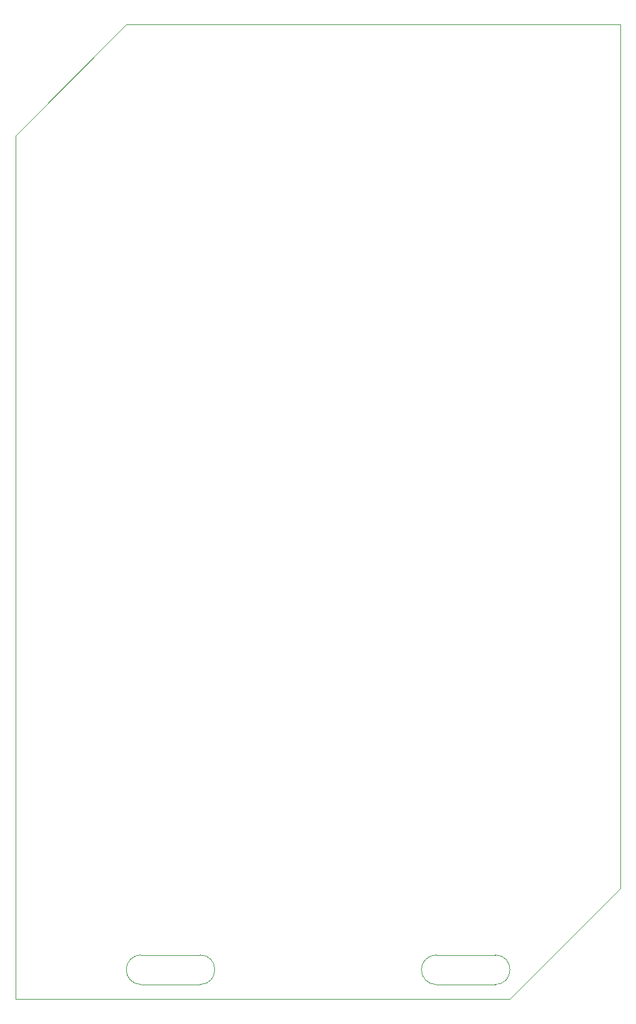
<source format=gbr>
%TF.GenerationSoftware,KiCad,Pcbnew,8.0.1*%
%TF.CreationDate,2024-06-26T23:22:13+08:00*%
%TF.ProjectId,pcb_badge,7063625f-6261-4646-9765-2e6b69636164,rev?*%
%TF.SameCoordinates,Original*%
%TF.FileFunction,Profile,NP*%
%FSLAX46Y46*%
G04 Gerber Fmt 4.6, Leading zero omitted, Abs format (unit mm)*
G04 Created by KiCad (PCBNEW 8.0.1) date 2024-06-26 23:22:13*
%MOMM*%
%LPD*%
G01*
G04 APERTURE LIST*
%TA.AperFunction,Profile*%
%ADD10C,0.100000*%
%TD*%
G04 APERTURE END LIST*
D10*
X139000004Y-155999999D02*
G75*
G02*
X139000002Y-160000001I-4J-2000001D01*
G01*
X91000000Y-156000000D02*
X99000000Y-156000000D01*
X89000002Y-30000000D02*
X156000002Y-30000000D01*
X74000002Y-45000000D02*
X74000002Y-162000000D01*
X131000000Y-156000000D02*
X139000000Y-156000000D01*
X131000000Y-160000000D02*
X139000000Y-160000000D01*
X99000004Y-155999999D02*
G75*
G02*
X99000002Y-160000001I-4J-2000001D01*
G01*
X131000000Y-160000002D02*
G75*
G02*
X131000004Y-155999998I0J2000002D01*
G01*
X140999999Y-162000000D02*
X156000001Y-147000000D01*
X91000000Y-160000000D02*
X99000000Y-160000000D01*
X91000000Y-160000002D02*
G75*
G02*
X91000004Y-155999998I0J2000002D01*
G01*
X74000002Y-162000000D02*
X141000002Y-162000000D01*
X156000001Y-147000000D02*
X156000002Y-30000000D01*
X89000002Y-30000000D02*
X74000002Y-45000000D01*
M02*

</source>
